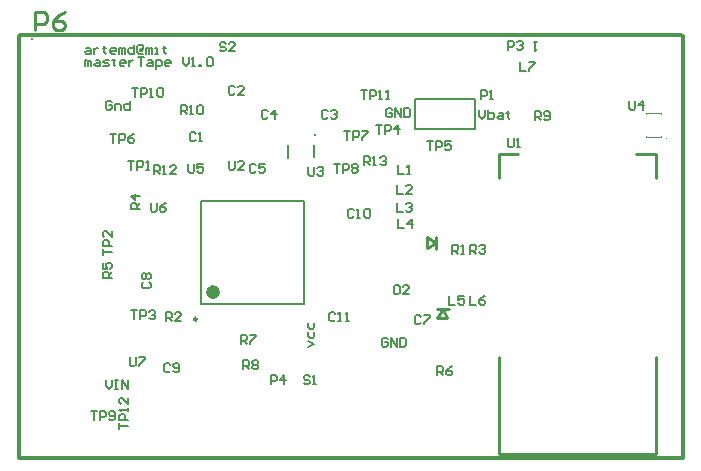
<source format=gto>
G04 Layer_Color=65535*
%FSLAX25Y25*%
%MOIN*%
G70*
G01*
G75*
%ADD40C,0.01000*%
%ADD42C,0.01200*%
%ADD43R,0.00984X0.00787*%
%ADD51C,0.00394*%
%ADD52C,0.02362*%
%ADD53C,0.00984*%
%ADD54C,0.01181*%
%ADD55C,0.00500*%
%ADD56C,0.00787*%
%ADD57C,0.00600*%
D40*
X318617Y100781D02*
Y133065D01*
X266255Y100781D02*
X318617D01*
X266255D02*
Y133065D01*
Y192907D02*
Y200781D01*
X272554D01*
X318617Y192907D02*
Y200781D01*
X311924D02*
X318617D01*
X245465Y149067D02*
X249465D01*
X245465Y146067D02*
X247465Y149067D01*
X245465Y146067D02*
X248965D01*
X247465Y149067D02*
X248965Y146067D01*
X245067Y169035D02*
Y173035D01*
X242067D02*
X245067Y171035D01*
X242067Y169535D02*
Y173035D01*
Y169535D02*
X245067Y171035D01*
X111378Y242081D02*
Y248080D01*
X114377D01*
X115376Y247080D01*
Y245080D01*
X114377Y244081D01*
X111378D01*
X121374Y248080D02*
X119375Y247080D01*
X117376Y245080D01*
Y243081D01*
X118375Y242081D01*
X120375D01*
X121374Y243081D01*
Y244081D01*
X120375Y245080D01*
X117376D01*
D42*
X106570Y240570D02*
X326930D01*
X106000Y240000D02*
X106570Y240570D01*
X106000Y99500D02*
Y240000D01*
X327500Y99500D02*
Y240000D01*
X106000Y99500D02*
X327500D01*
D43*
X110335Y239075D02*
D03*
D51*
X322126Y205972D02*
G03*
X322126Y205972I-197J0D01*
G01*
X315039Y206563D02*
X320157D01*
X315039D02*
Y206957D01*
X320157Y206563D02*
Y206957D01*
Y214043D02*
Y214437D01*
X315039D02*
X320157D01*
X315039Y214043D02*
Y214437D01*
D52*
X171992Y154811D02*
G03*
X171992Y154811I-1181J0D01*
G01*
D53*
X165496Y145756D02*
G03*
X165496Y145756I-492J0D01*
G01*
D54*
X204746Y207062D02*
D03*
D55*
X204389Y199709D02*
Y203893D01*
X195980Y199626D02*
Y203810D01*
X160000Y214000D02*
Y216999D01*
X161500D01*
X161999Y216499D01*
Y215499D01*
X161500Y215000D01*
X160000D01*
X161000D02*
X161999Y214000D01*
X162999D02*
X163999D01*
X163499D01*
Y216999D01*
X162999Y216499D01*
X165498D02*
X165998Y216999D01*
X166998D01*
X167498Y216499D01*
Y214500D01*
X166998Y214000D01*
X165998D01*
X165498Y214500D01*
Y216499D01*
X309500Y218499D02*
Y216000D01*
X310000Y215500D01*
X310999D01*
X311499Y216000D01*
Y218499D01*
X313999Y215500D02*
Y218499D01*
X312499Y217000D01*
X314498D01*
X202500Y196499D02*
Y194000D01*
X203000Y193500D01*
X203999D01*
X204499Y194000D01*
Y196499D01*
X205499Y195999D02*
X205999Y196499D01*
X206998D01*
X207498Y195999D01*
Y195499D01*
X206998Y195000D01*
X206499D01*
X206998D01*
X207498Y194500D01*
Y194000D01*
X206998Y193500D01*
X205999D01*
X205499Y194000D01*
X176000Y198499D02*
Y196000D01*
X176500Y195500D01*
X177499D01*
X177999Y196000D01*
Y198499D01*
X180998Y195500D02*
X178999D01*
X180998Y197499D01*
Y197999D01*
X180499Y198499D01*
X179499D01*
X178999Y197999D01*
X269000Y205999D02*
Y203500D01*
X269500Y203000D01*
X270499D01*
X270999Y203500D01*
Y205999D01*
X271999Y203000D02*
X272999D01*
X272499D01*
Y205999D01*
X271999Y205499D01*
X220000Y221999D02*
X221999D01*
X221000D01*
Y219000D01*
X222999D02*
Y221999D01*
X224499D01*
X224998Y221499D01*
Y220499D01*
X224499Y220000D01*
X222999D01*
X225998Y219000D02*
X226998D01*
X226498D01*
Y221999D01*
X225998Y221499D01*
X228497Y219000D02*
X229497D01*
X228997D01*
Y221999D01*
X228497Y221499D01*
X143701Y222851D02*
X145700D01*
X144701D01*
Y219852D01*
X146700D02*
Y222851D01*
X148199D01*
X148699Y222351D01*
Y221352D01*
X148199Y220852D01*
X146700D01*
X149699Y219852D02*
X150698D01*
X150199D01*
Y222851D01*
X149699Y222351D01*
X152198D02*
X152698Y222851D01*
X153698D01*
X154197Y222351D01*
Y220352D01*
X153698Y219852D01*
X152698D01*
X152198Y220352D01*
Y222351D01*
X130000Y114999D02*
X131999D01*
X131000D01*
Y112000D01*
X132999D02*
Y114999D01*
X134499D01*
X134998Y114499D01*
Y113499D01*
X134499Y113000D01*
X132999D01*
X135998Y112500D02*
X136498Y112000D01*
X137498D01*
X137997Y112500D01*
Y114499D01*
X137498Y114999D01*
X136498D01*
X135998Y114499D01*
Y113999D01*
X136498Y113499D01*
X137997D01*
X211000Y197499D02*
X212999D01*
X212000D01*
Y194500D01*
X213999D02*
Y197499D01*
X215498D01*
X215998Y196999D01*
Y196000D01*
X215498Y195500D01*
X213999D01*
X216998Y196999D02*
X217498Y197499D01*
X218498D01*
X218997Y196999D01*
Y196499D01*
X218498Y196000D01*
X218997Y195500D01*
Y195000D01*
X218498Y194500D01*
X217498D01*
X216998Y195000D01*
Y195500D01*
X217498Y196000D01*
X216998Y196499D01*
Y196999D01*
X217498Y196000D02*
X218498D01*
X214500Y208499D02*
X216499D01*
X215500D01*
Y205500D01*
X217499D02*
Y208499D01*
X218999D01*
X219498Y207999D01*
Y206999D01*
X218999Y206500D01*
X217499D01*
X220498Y208499D02*
X222497D01*
Y207999D01*
X220498Y206000D01*
Y205500D01*
X136500Y207499D02*
X138499D01*
X137500D01*
Y204500D01*
X139499D02*
Y207499D01*
X140999D01*
X141498Y206999D01*
Y205999D01*
X140999Y205500D01*
X139499D01*
X144497Y207499D02*
X143498Y206999D01*
X142498Y205999D01*
Y205000D01*
X142998Y204500D01*
X143998D01*
X144497Y205000D01*
Y205500D01*
X143998Y205999D01*
X142498D01*
X242000Y204999D02*
X243999D01*
X243000D01*
Y202000D01*
X244999D02*
Y204999D01*
X246498D01*
X246998Y204499D01*
Y203500D01*
X246498Y203000D01*
X244999D01*
X249997Y204999D02*
X247998D01*
Y203500D01*
X248998Y203999D01*
X249498D01*
X249997Y203500D01*
Y202500D01*
X249498Y202000D01*
X248498D01*
X247998Y202500D01*
X225000Y210499D02*
X226999D01*
X226000D01*
Y207500D01*
X227999D02*
Y210499D01*
X229499D01*
X229998Y209999D01*
Y208999D01*
X229499Y208500D01*
X227999D01*
X232498Y207500D02*
Y210499D01*
X230998Y208999D01*
X232997D01*
X143513Y148686D02*
X145512D01*
X144512D01*
Y145687D01*
X146512D02*
Y148686D01*
X148011D01*
X148511Y148187D01*
Y147187D01*
X148011Y146687D01*
X146512D01*
X149511Y148187D02*
X150011Y148686D01*
X151010D01*
X151510Y148187D01*
Y147687D01*
X151010Y147187D01*
X150510D01*
X151010D01*
X151510Y146687D01*
Y146187D01*
X151010Y145687D01*
X150011D01*
X149511Y146187D01*
X134001Y167000D02*
Y168999D01*
Y168000D01*
X137000D01*
Y169999D02*
X134001D01*
Y171499D01*
X134501Y171998D01*
X135501D01*
X136000Y171499D01*
Y169999D01*
X137000Y174997D02*
Y172998D01*
X135001Y174997D01*
X134501D01*
X134001Y174498D01*
Y173498D01*
X134501Y172998D01*
X142500Y198499D02*
X144499D01*
X143500D01*
Y195500D01*
X145499D02*
Y198499D01*
X146999D01*
X147498Y197999D01*
Y197000D01*
X146999Y196500D01*
X145499D01*
X148498Y195500D02*
X149498D01*
X148998D01*
Y198499D01*
X148498Y197999D01*
X151000Y194000D02*
Y196999D01*
X152499D01*
X152999Y196499D01*
Y195500D01*
X152499Y195000D01*
X151000D01*
X152000D02*
X152999Y194000D01*
X153999D02*
X154999D01*
X154499D01*
Y196999D01*
X153999Y196499D01*
X158498Y194000D02*
X156498D01*
X158498Y195999D01*
Y196499D01*
X157998Y196999D01*
X156998D01*
X156498Y196499D01*
X278000Y212000D02*
Y214999D01*
X279500D01*
X279999Y214499D01*
Y213499D01*
X279500Y213000D01*
X278000D01*
X279000D02*
X279999Y212000D01*
X280999Y212500D02*
X281499Y212000D01*
X282499D01*
X282998Y212500D01*
Y214499D01*
X282499Y214999D01*
X281499D01*
X280999Y214499D01*
Y213999D01*
X281499Y213499D01*
X282998D01*
X245500Y127000D02*
Y129999D01*
X247000D01*
X247499Y129499D01*
Y128499D01*
X247000Y128000D01*
X245500D01*
X246500D02*
X247499Y127000D01*
X250498Y129999D02*
X249499Y129499D01*
X248499Y128499D01*
Y127500D01*
X248999Y127000D01*
X249998D01*
X250498Y127500D01*
Y128000D01*
X249998Y128499D01*
X248499D01*
X137000Y159500D02*
X134001D01*
Y161000D01*
X134501Y161499D01*
X135501D01*
X136000Y161000D01*
Y159500D01*
Y160500D02*
X137000Y161499D01*
X134001Y164498D02*
Y162499D01*
X135501D01*
X135001Y163499D01*
Y163999D01*
X135501Y164498D01*
X136500D01*
X137000Y163999D01*
Y162999D01*
X136500Y162499D01*
X146425Y182400D02*
X143426D01*
Y183899D01*
X143926Y184399D01*
X144926D01*
X145425Y183899D01*
Y182400D01*
Y183400D02*
X146425Y184399D01*
Y186899D02*
X143426D01*
X144926Y185399D01*
Y187398D01*
X256500Y167500D02*
Y170499D01*
X257999D01*
X258499Y169999D01*
Y169000D01*
X257999Y168500D01*
X256500D01*
X257500D02*
X258499Y167500D01*
X259499Y169999D02*
X259999Y170499D01*
X260999D01*
X261498Y169999D01*
Y169499D01*
X260999Y169000D01*
X260499D01*
X260999D01*
X261498Y168500D01*
Y168000D01*
X260999Y167500D01*
X259999D01*
X259499Y168000D01*
X155000Y145000D02*
Y147999D01*
X156500D01*
X156999Y147499D01*
Y146500D01*
X156500Y146000D01*
X155000D01*
X156000D02*
X156999Y145000D01*
X159998D02*
X157999D01*
X159998Y146999D01*
Y147499D01*
X159499Y147999D01*
X158499D01*
X157999Y147499D01*
X250500Y167500D02*
Y170499D01*
X251999D01*
X252499Y169999D01*
Y169000D01*
X251999Y168500D01*
X250500D01*
X251500D02*
X252499Y167500D01*
X253499D02*
X254499D01*
X253999D01*
Y170499D01*
X253499Y169999D01*
X260000Y219000D02*
Y221999D01*
X261500D01*
X261999Y221499D01*
Y220499D01*
X261500Y220000D01*
X260000D01*
X262999Y219000D02*
X263999D01*
X263499D01*
Y221999D01*
X262999Y221499D01*
X232000Y190499D02*
Y187500D01*
X233999D01*
X236998D02*
X234999D01*
X236998Y189499D01*
Y189999D01*
X236498Y190499D01*
X235499D01*
X234999Y189999D01*
X232500Y196999D02*
Y194000D01*
X234499D01*
X235499D02*
X236499D01*
X235999D01*
Y196999D01*
X235499Y196499D01*
X273000Y231499D02*
Y228500D01*
X274999D01*
X275999Y231499D02*
X277998D01*
Y230999D01*
X275999Y229000D01*
Y228500D01*
X256500Y153499D02*
Y150500D01*
X258499D01*
X261498Y153499D02*
X260499Y152999D01*
X259499Y151999D01*
Y151000D01*
X259999Y150500D01*
X260999D01*
X261498Y151000D01*
Y151500D01*
X260999Y151999D01*
X259499D01*
X249500Y153499D02*
Y150500D01*
X251499D01*
X254498Y153499D02*
X252499D01*
Y151999D01*
X253499Y152499D01*
X253998D01*
X254498Y151999D01*
Y151000D01*
X253998Y150500D01*
X252999D01*
X252499Y151000D01*
X239999Y146499D02*
X239499Y146999D01*
X238500D01*
X238000Y146499D01*
Y144500D01*
X238500Y144000D01*
X239499D01*
X239999Y144500D01*
X240999Y146999D02*
X242998D01*
Y146499D01*
X240999Y144500D01*
Y144000D01*
X184999Y196999D02*
X184500Y197499D01*
X183500D01*
X183000Y196999D01*
Y195000D01*
X183500Y194500D01*
X184500D01*
X184999Y195000D01*
X187998Y197499D02*
X185999D01*
Y196000D01*
X186999Y196499D01*
X187499D01*
X187998Y196000D01*
Y195000D01*
X187499Y194500D01*
X186499D01*
X185999Y195000D01*
X188999Y214999D02*
X188499Y215499D01*
X187500D01*
X187000Y214999D01*
Y213000D01*
X187500Y212500D01*
X188499D01*
X188999Y213000D01*
X191499Y212500D02*
Y215499D01*
X189999Y214000D01*
X191998D01*
X208999Y214999D02*
X208500Y215499D01*
X207500D01*
X207000Y214999D01*
Y213000D01*
X207500Y212500D01*
X208500D01*
X208999Y213000D01*
X209999Y214999D02*
X210499Y215499D01*
X211498D01*
X211998Y214999D01*
Y214499D01*
X211498Y214000D01*
X210999D01*
X211498D01*
X211998Y213500D01*
Y213000D01*
X211498Y212500D01*
X210499D01*
X209999Y213000D01*
X177999Y222999D02*
X177499Y223499D01*
X176500D01*
X176000Y222999D01*
Y221000D01*
X176500Y220500D01*
X177499D01*
X177999Y221000D01*
X180998Y220500D02*
X178999D01*
X180998Y222499D01*
Y222999D01*
X180499Y223499D01*
X179499D01*
X178999Y222999D01*
X164999Y207499D02*
X164499Y207999D01*
X163500D01*
X163000Y207499D01*
Y205500D01*
X163500Y205000D01*
X164499D01*
X164999Y205500D01*
X165999Y205000D02*
X166999D01*
X166499D01*
Y207999D01*
X165999Y207499D01*
X190000Y124000D02*
Y126999D01*
X191499D01*
X191999Y126499D01*
Y125499D01*
X191499Y125000D01*
X190000D01*
X194499Y124000D02*
Y126999D01*
X192999Y125499D01*
X194998D01*
X202999Y126499D02*
X202500Y126999D01*
X201500D01*
X201000Y126499D01*
Y125999D01*
X201500Y125499D01*
X202500D01*
X202999Y125000D01*
Y124500D01*
X202500Y124000D01*
X201500D01*
X201000Y124500D01*
X203999Y124000D02*
X204999D01*
X204499D01*
Y126999D01*
X203999Y126499D01*
X269000Y235500D02*
Y238499D01*
X270499D01*
X270999Y237999D01*
Y237000D01*
X270499Y236500D01*
X269000D01*
X271999Y237999D02*
X272499Y238499D01*
X273499D01*
X273998Y237999D01*
Y237499D01*
X273499Y237000D01*
X272999D01*
X273499D01*
X273998Y236500D01*
Y236000D01*
X273499Y235500D01*
X272499D01*
X271999Y236000D01*
X143000Y132999D02*
Y130500D01*
X143500Y130000D01*
X144500D01*
X144999Y130500D01*
Y132999D01*
X145999D02*
X147998D01*
Y132499D01*
X145999Y130500D01*
Y130000D01*
X174999Y237499D02*
X174499Y237999D01*
X173500D01*
X173000Y237499D01*
Y236999D01*
X173500Y236500D01*
X174499D01*
X174999Y236000D01*
Y235500D01*
X174499Y235000D01*
X173500D01*
X173000Y235500D01*
X177998Y235000D02*
X175999D01*
X177998Y236999D01*
Y237499D01*
X177499Y237999D01*
X176499D01*
X175999Y237499D01*
X147501Y157999D02*
X147001Y157500D01*
Y156500D01*
X147501Y156000D01*
X149500D01*
X150000Y156500D01*
Y157500D01*
X149500Y157999D01*
X147501Y158999D02*
X147001Y159499D01*
Y160499D01*
X147501Y160998D01*
X148001D01*
X148501Y160499D01*
X149000Y160998D01*
X149500D01*
X150000Y160499D01*
Y159499D01*
X149500Y158999D01*
X149000D01*
X148501Y159499D01*
X148001Y158999D01*
X147501D01*
X148501Y159499D02*
Y160499D01*
X156499Y130499D02*
X156000Y130999D01*
X155000D01*
X154500Y130499D01*
Y128500D01*
X155000Y128000D01*
X156000D01*
X156499Y128500D01*
X157499D02*
X157999Y128000D01*
X158999D01*
X159498Y128500D01*
Y130499D01*
X158999Y130999D01*
X157999D01*
X157499Y130499D01*
Y129999D01*
X157999Y129499D01*
X159498D01*
X217751Y181999D02*
X217251Y182499D01*
X216251D01*
X215751Y181999D01*
Y180000D01*
X216251Y179500D01*
X217251D01*
X217751Y180000D01*
X218750Y179500D02*
X219750D01*
X219250D01*
Y182499D01*
X218750Y181999D01*
X221249D02*
X221749Y182499D01*
X222749D01*
X223249Y181999D01*
Y180000D01*
X222749Y179500D01*
X221749D01*
X221249Y180000D01*
Y181999D01*
X211499Y147499D02*
X210999Y147999D01*
X210000D01*
X209500Y147499D01*
Y145500D01*
X210000Y145000D01*
X210999D01*
X211499Y145500D01*
X212499Y145000D02*
X213499D01*
X212999D01*
Y147999D01*
X212499Y147499D01*
X214998Y145000D02*
X215998D01*
X215498D01*
Y147999D01*
X214998Y147499D01*
X232000Y184499D02*
Y181500D01*
X233999D01*
X234999Y183999D02*
X235499Y184499D01*
X236498D01*
X236998Y183999D01*
Y183499D01*
X236498Y183000D01*
X235999D01*
X236498D01*
X236998Y182500D01*
Y182000D01*
X236498Y181500D01*
X235499D01*
X234999Y182000D01*
X232500Y178999D02*
Y176000D01*
X234499D01*
X236999D02*
Y178999D01*
X235499Y177499D01*
X237498D01*
X232500Y156999D02*
X231500D01*
X231000Y156499D01*
Y154500D01*
X231500Y154000D01*
X232500D01*
X232999Y154500D01*
Y156499D01*
X232500Y156999D01*
X235998Y154000D02*
X233999D01*
X235998Y155999D01*
Y156499D01*
X235498Y156999D01*
X234499D01*
X233999Y156499D01*
X180000Y137500D02*
Y140499D01*
X181500D01*
X181999Y139999D01*
Y138999D01*
X181500Y138500D01*
X180000D01*
X181000D02*
X181999Y137500D01*
X182999Y140499D02*
X184998D01*
Y139999D01*
X182999Y138000D01*
Y137500D01*
X180850Y129000D02*
Y131999D01*
X182350D01*
X182850Y131499D01*
Y130499D01*
X182350Y130000D01*
X180850D01*
X181850D02*
X182850Y129000D01*
X183849Y131499D02*
X184349Y131999D01*
X185349D01*
X185849Y131499D01*
Y130999D01*
X185349Y130499D01*
X185849Y130000D01*
Y129500D01*
X185349Y129000D01*
X184349D01*
X183849Y129500D01*
Y130000D01*
X184349Y130499D01*
X183849Y130999D01*
Y131499D01*
X184349Y130499D02*
X185349D01*
X162500Y197499D02*
Y195000D01*
X163000Y194500D01*
X163999D01*
X164499Y195000D01*
Y197499D01*
X167498D02*
X165499D01*
Y196000D01*
X166499Y196499D01*
X166999D01*
X167498Y196000D01*
Y195000D01*
X166999Y194500D01*
X165999D01*
X165499Y195000D01*
X221000Y197000D02*
Y199999D01*
X222499D01*
X222999Y199499D01*
Y198500D01*
X222499Y198000D01*
X221000D01*
X222000D02*
X222999Y197000D01*
X223999D02*
X224999D01*
X224499D01*
Y199999D01*
X223999Y199499D01*
X226498D02*
X226998Y199999D01*
X227998D01*
X228498Y199499D01*
Y198999D01*
X227998Y198500D01*
X227498D01*
X227998D01*
X228498Y198000D01*
Y197500D01*
X227998Y197000D01*
X226998D01*
X226498Y197500D01*
X150000Y184499D02*
Y182000D01*
X150500Y181500D01*
X151499D01*
X151999Y182000D01*
Y184499D01*
X154998D02*
X153999Y183999D01*
X152999Y183000D01*
Y182000D01*
X153499Y181500D01*
X154499D01*
X154998Y182000D01*
Y182500D01*
X154499Y183000D01*
X152999D01*
X139501Y109000D02*
Y110999D01*
Y110000D01*
X142500D01*
Y111999D02*
X139501D01*
Y113499D01*
X140001Y113998D01*
X141000D01*
X141500Y113499D01*
Y111999D01*
X142500Y114998D02*
Y115998D01*
Y115498D01*
X139501D01*
X140001Y114998D01*
X142500Y119497D02*
Y117497D01*
X140501Y119497D01*
X140001D01*
X139501Y118997D01*
Y117997D01*
X140001Y117497D01*
X202501Y136500D02*
X204500Y137500D01*
X202501Y138499D01*
Y141498D02*
Y139999D01*
X203000Y139499D01*
X204000D01*
X204500Y139999D01*
Y141498D01*
X202501Y144497D02*
Y142998D01*
X203000Y142498D01*
X204000D01*
X204500Y142998D01*
Y144497D01*
X228999Y138999D02*
X228500Y139499D01*
X227500D01*
X227000Y138999D01*
Y137000D01*
X227500Y136500D01*
X228500D01*
X228999Y137000D01*
Y137999D01*
X228000D01*
X229999Y136500D02*
Y139499D01*
X231998Y136500D01*
Y139499D01*
X232998D02*
Y136500D01*
X234498D01*
X234997Y137000D01*
Y138999D01*
X234498Y139499D01*
X232998D01*
X230499Y215499D02*
X229999Y215999D01*
X229000D01*
X228500Y215499D01*
Y213500D01*
X229000Y213000D01*
X229999D01*
X230499Y213500D01*
Y214499D01*
X229500D01*
X231499Y213000D02*
Y215999D01*
X233498Y213000D01*
Y215999D01*
X234498D02*
Y213000D01*
X235998D01*
X236497Y213500D01*
Y215499D01*
X235998Y215999D01*
X234498D01*
X259500Y215499D02*
Y213500D01*
X260500Y212500D01*
X261499Y213500D01*
Y215499D01*
X262499D02*
Y212500D01*
X263999D01*
X264498Y213000D01*
Y213500D01*
Y214000D01*
X263999Y214499D01*
X262499D01*
X265998D02*
X266998D01*
X267497Y214000D01*
Y212500D01*
X265998D01*
X265498Y213000D01*
X265998Y213500D01*
X267497D01*
X268997Y214999D02*
Y214499D01*
X268497D01*
X269497D01*
X268997D01*
Y213000D01*
X269497Y212500D01*
X278721Y238204D02*
X277722D01*
X278221D01*
Y235205D01*
X278721Y235705D01*
D56*
X238000Y209000D02*
Y219000D01*
X258000D01*
Y209000D02*
Y219000D01*
X238000Y209000D02*
X258000D01*
X201126Y150874D02*
Y185126D01*
X166874Y150874D02*
Y185126D01*
X201126D01*
X166874Y150874D02*
X201126D01*
D57*
X128248Y230118D02*
Y232118D01*
X128748D01*
X129248Y231618D01*
Y230118D01*
Y231618D01*
X129748Y232118D01*
X130247Y231618D01*
Y230118D01*
X131747Y232118D02*
X132747D01*
X133246Y231618D01*
Y230118D01*
X131747D01*
X131247Y230618D01*
X131747Y231118D01*
X133246D01*
X134246Y230118D02*
X135746D01*
X136245Y230618D01*
X135746Y231118D01*
X134746D01*
X134246Y231618D01*
X134746Y232118D01*
X136245D01*
X137745Y232617D02*
Y232118D01*
X137245D01*
X138245D01*
X137745D01*
Y230618D01*
X138245Y230118D01*
X141244D02*
X140244D01*
X139744Y230618D01*
Y231618D01*
X140244Y232118D01*
X141244D01*
X141744Y231618D01*
Y231118D01*
X139744D01*
X142743Y232118D02*
Y230118D01*
Y231118D01*
X143243Y231618D01*
X143743Y232118D01*
X144243D01*
X145742Y233117D02*
X147742D01*
X146742D01*
Y230118D01*
X149241Y232118D02*
X150241D01*
X150741Y231618D01*
Y230118D01*
X149241D01*
X148741Y230618D01*
X149241Y231118D01*
X150741D01*
X151740Y229118D02*
Y232118D01*
X153240D01*
X153740Y231618D01*
Y230618D01*
X153240Y230118D01*
X151740D01*
X156239D02*
X155239D01*
X154739Y230618D01*
Y231618D01*
X155239Y232118D01*
X156239D01*
X156739Y231618D01*
Y231118D01*
X154739D01*
X160738Y233117D02*
Y231118D01*
X161737Y230118D01*
X162737Y231118D01*
Y233117D01*
X163737Y230118D02*
X164736D01*
X164236D01*
Y233117D01*
X163737Y232617D01*
X166236Y230118D02*
Y230618D01*
X166736D01*
Y230118D01*
X166236D01*
X168735Y232617D02*
X169235Y233117D01*
X170234D01*
X170734Y232617D01*
Y230618D01*
X170234Y230118D01*
X169235D01*
X168735Y230618D01*
Y232617D01*
X135000Y125499D02*
Y123500D01*
X136000Y122500D01*
X136999Y123500D01*
Y125499D01*
X137999D02*
X138999D01*
X138499D01*
Y122500D01*
X137999D01*
X138999D01*
X140498D02*
Y125499D01*
X142498Y122500D01*
Y125499D01*
X136999Y217999D02*
X136500Y218499D01*
X135500D01*
X135000Y217999D01*
Y216000D01*
X135500Y215500D01*
X136500D01*
X136999Y216000D01*
Y217000D01*
X136000D01*
X137999Y215500D02*
Y217499D01*
X139499D01*
X139998Y217000D01*
Y215500D01*
X142997Y218499D02*
Y215500D01*
X141498D01*
X140998Y216000D01*
Y217000D01*
X141498Y217499D01*
X142997D01*
X128551Y236251D02*
X129551D01*
X130051Y235752D01*
Y234252D01*
X128551D01*
X128051Y234752D01*
X128551Y235252D01*
X130051D01*
X131050Y236251D02*
Y234252D01*
Y235252D01*
X131550Y235752D01*
X132050Y236251D01*
X132550D01*
X134549Y236751D02*
Y236251D01*
X134049D01*
X135049D01*
X134549D01*
Y234752D01*
X135049Y234252D01*
X138048D02*
X137048D01*
X136548Y234752D01*
Y235752D01*
X137048Y236251D01*
X138048D01*
X138548Y235752D01*
Y235252D01*
X136548D01*
X139548Y234252D02*
Y236251D01*
X140047D01*
X140547Y235752D01*
Y234252D01*
Y235752D01*
X141047Y236251D01*
X141547Y235752D01*
Y234252D01*
X144546Y237251D02*
Y234252D01*
X143046D01*
X142546Y234752D01*
Y235752D01*
X143046Y236251D01*
X144546D01*
X147045Y235252D02*
Y235752D01*
X146545D01*
Y235252D01*
X147045D01*
X147545Y235752D01*
Y236751D01*
X147045Y237251D01*
X146045D01*
X145545Y236751D01*
Y234752D01*
X146045Y234252D01*
X147545D01*
X148545D02*
Y236251D01*
X149044D01*
X149544Y235752D01*
Y234252D01*
Y235752D01*
X150044Y236251D01*
X150544Y235752D01*
Y234252D01*
X151544D02*
X152543D01*
X152043D01*
Y236251D01*
X151544D01*
X154543Y236751D02*
Y236251D01*
X154043D01*
X155043D01*
X154543D01*
Y234752D01*
X155043Y234252D01*
M02*

</source>
